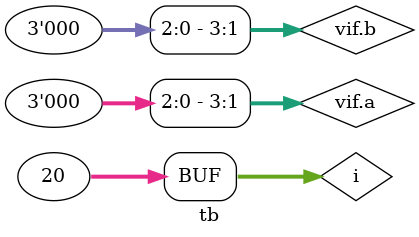
<source format=sv>
interface mul_intf();
  logic [3:0] a,b;
  logic [15:0] y;
endinterface


module tb;
  
  mul_intf vif();
  
  mul dut (vif.a,vif.b,vif.y);
  

  integer i;
  initial begin
    for(i = 0; i <20; i++) begin
      vif.a = $urandom;
      vif.b = $urandom;
      #10;
    end
  
  end

  initial begin
  $dumpvars;
  $dumpfile("dump.vcd"); 
  end

  
  
endmodule

</source>
